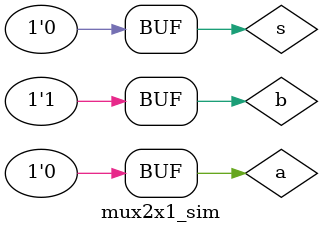
<source format=v>
`timescale 1ns / 1ps


module mux2x1_sim(

    );
    
  reg a = 0 ;
  reg b = 1 ;
  reg s = 0 ;
  wire c;
  mux2x1 u(.a(a),.b(b),.s(s),.c(c));
  initial begin 
  # 200 s = 1;
  # 200 s = 0; 
  end
endmodule

</source>
